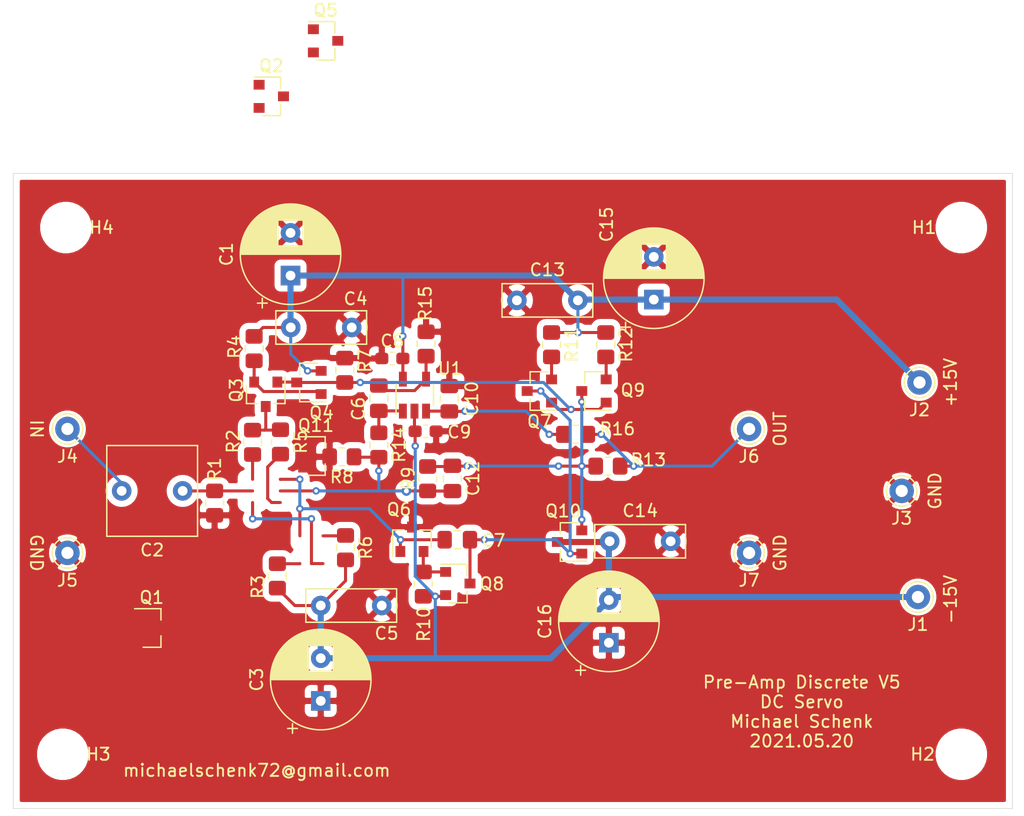
<source format=kicad_pcb>
(kicad_pcb (version 20171130) (host pcbnew "(5.1.10-0-10_14)")
  (layers (0 F.Cu signal) (31 B.Cu signal) (34 B.Paste user) (35 F.Paste user) (36 B.SilkS user) (37 F.SilkS user) (38 B.Mask user) (39 F.Mask user) (44 Edge.Cuts user))
  (net 0 "")
  (net 1 GND)
  (net 2 +15V)
  (net 3 "Net-(C2-Pad2)")
  (net 4 "Net-(C2-Pad1)")
  (net 5 -15V)
  (net 6 "Net-(C7-Pad2)")
  (net 7 "Net-(C7-Pad1)")
  (net 8 "Net-(C10-Pad2)")
  (net 9 "Net-(Q3-Pad3)")
  (net 10 "Net-(Q3-Pad2)")
  (net 11 "Net-(Q6-Pad2)")
  (net 12 "Net-(Q7-Pad2)")
  (net 13 "Net-(Q9-Pad2)")
  (net 14 "Net-(C12-Pad2)")
  (net 15 "Net-(C12-Pad1)")
  (net 16 "Net-(C6-Pad2)")
  (net 17 DCSERVO_OUT)
  (net 18 DCSERVO_IN)
  (net 19 "Net-(Q1-Pad3)")
  (net 20 "Net-(Q3-Pad1)")
  (net 21 "Net-(Q1-Pad2)")
  (net 22 "Net-(Q2-Pad2)")
  (net 23 "Net-(Q11-Pad3)")
  (net 24 "Net-(Q5-Pad2)")
  (net 25 "Net-(Q11-Pad2)")
  (module Package_TO_SOT_SMD:SOT-23 (layer F.Cu) (at 146.7325 119.06)
    (fp_text reference Q11 (at 0 -2.5) (layer F.SilkS))
    (fp_text value BC860C)
    (pad 3 smd rect (at 1 0) (size 0.9 0.8) (layers F.Cu F.Paste F.Mask) (net 23 "Net-(Q11-Pad3)"))
    (pad 2 smd rect (at -1 0.95) (size 0.9 0.8) (layers F.Cu F.Paste F.Mask) (net 25 "Net-(Q11-Pad2)"))
    (pad 1 smd rect (at -1 -0.95) (size 0.9 0.8) (layers F.Cu F.Paste F.Mask) (net 14 "Net-(C12-Pad2)"))
  )
  (module Package_TO_SOT_SMD:SOT-23 (layer F.Cu) (at 147.526001 85.023501)
    (fp_text reference Q5 (at 0 -2.5) (layer F.SilkS))
    (fp_text value BC850C)
    (pad 3 smd rect (at 1 0) (size 0.9 0.8) (layers F.Cu F.Paste F.Mask) (net 23 "Net-(Q11-Pad3)"))
    (pad 2 smd rect (at -1 0.95) (size 0.9 0.8) (layers F.Cu F.Paste F.Mask) (net 24 "Net-(Q5-Pad2)"))
    (pad 1 smd rect (at -1 -0.95) (size 0.9 0.8) (layers F.Cu F.Paste F.Mask) (net 23 "Net-(Q11-Pad3)"))
  )
  (module Package_TO_SOT_SMD:SOT-23 (layer F.Cu) (at 143.076001 89.573501)
    (fp_text reference Q2 (at 0 -2.5) (layer F.SilkS))
    (fp_text value BC850C)
    (pad 3 smd rect (at 1 0) (size 0.9 0.8) (layers F.Cu F.Paste F.Mask) (net 6 "Net-(C7-Pad2)"))
    (pad 2 smd rect (at -1 0.95) (size 0.9 0.8) (layers F.Cu F.Paste F.Mask) (net 22 "Net-(Q2-Pad2)"))
    (pad 1 smd rect (at -1 -0.95) (size 0.9 0.8) (layers F.Cu F.Paste F.Mask) (net 23 "Net-(Q11-Pad3)"))
  )
  (module Package_TO_SOT_SMD:SOT-23 (layer F.Cu) (at 133.2705 133.157)
    (fp_text reference Q1 (at 0 -2.5) (layer F.SilkS))
    (fp_text value BC860C)
    (pad 3 smd rect (at 1 0) (size 0.9 0.8) (layers F.Cu F.Paste F.Mask) (net 6 "Net-(C7-Pad2)"))
    (pad 2 smd rect (at -1 0.95) (size 0.9 0.8) (layers F.Cu F.Paste F.Mask) (net 21 "Net-(Q1-Pad2)"))
    (pad 1 smd rect (at -1 -0.95) (size 0.9 0.8) (layers F.Cu F.Paste F.Mask) (net 4 "Net-(C2-Pad1)"))
  )
  (module Capacitor_THT:CP_Radial_D8.0mm_P3.50mm (layer F.Cu) (at 170.7515 134.366 90)
    (fp_text reference C16 (at 1.75 -5.25 90) (layer F.SilkS))
    (fp_text value 220uF)
    (pad 2 thru_hole circle (at 3.5 0 90) (size 1.6 1.6) (drill 0.8) (layers *.Cu *.Mask) (net 5 -15V))
    (pad 1 thru_hole rect (at 0 0 90) (size 1.6 1.6) (drill 0.8) (layers *.Cu *.Mask) (net 1 GND))
  )
  (module Package_TO_SOT_SMD:TSOT-23-5 (layer F.Cu) (at 154.813 114.0695 90)
    (fp_text reference U1 (at 2.1825 2.921 180) (layer F.SilkS))
    (fp_text value OPA188xxDBV)
    (pad 5 smd rect (at 1.31 -0.95 90) (size 1.22 0.65) (layers F.Cu F.Paste F.Mask) (net 2 +15V))
    (pad 4 smd rect (at 1.31 0.95 90) (size 1.22 0.65) (layers F.Cu F.Paste F.Mask) (net 16 "Net-(C6-Pad2)"))
    (pad 3 smd rect (at -1.31 0.95 90) (size 1.22 0.65) (layers F.Cu F.Paste F.Mask) (net 8 "Net-(C10-Pad2)"))
    (pad 2 smd rect (at -1.31 0 90) (size 1.22 0.65) (layers F.Cu F.Paste F.Mask) (net 5 -15V))
    (pad 1 smd rect (at -1.31 -0.95 90) (size 1.22 0.65) (layers F.Cu F.Paste F.Mask) (net 17 DCSERVO_OUT))
  )
  (module Resistor_SMD:R_0805_2012Metric_Pad1.20x1.40mm_HandSolder (layer F.Cu) (at 168.021 117.2845 180)
    (fp_text reference R16 (at -3.429 0.4445) (layer F.SilkS))
    (fp_text value 100k)
    (pad 2 smd roundrect (at 1 0 180) (size 1.2 1.4) (layers F.Cu F.Paste F.Mask) (roundrect_rratio 0.208333) (net 8 "Net-(C10-Pad2)"))
    (pad 1 smd roundrect (at -1 0 180) (size 1.2 1.4) (layers F.Cu F.Paste F.Mask) (roundrect_rratio 0.208333) (net 18 DCSERVO_IN))
  )
  (module Resistor_SMD:R_0805_2012Metric_Pad1.20x1.40mm_HandSolder (layer F.Cu) (at 155.7655 109.871 90)
    (fp_text reference R15 (at 3.318 -0.0635 90) (layer F.SilkS))
    (fp_text value 100k)
    (pad 2 smd roundrect (at 1 0 90) (size 1.2 1.4) (layers F.Cu F.Paste F.Mask) (roundrect_rratio 0.208333) (net 1 GND))
    (pad 1 smd roundrect (at -1 0 90) (size 1.2 1.4) (layers F.Cu F.Paste F.Mask) (roundrect_rratio 0.208333) (net 16 "Net-(C6-Pad2)"))
  )
  (module Resistor_SMD:R_0805_2012Metric_Pad1.20x1.40mm_HandSolder (layer F.Cu) (at 151.892 118.1575 270)
    (fp_text reference R14 (at 0 -1.65 90) (layer F.SilkS))
    (fp_text value 10k)
    (pad 2 smd roundrect (at 1 0 270) (size 1.2 1.4) (layers F.Cu F.Paste F.Mask) (roundrect_rratio 0.208333) (net 14 "Net-(C12-Pad2)"))
    (pad 1 smd roundrect (at -1 0 270) (size 1.2 1.4) (layers F.Cu F.Paste F.Mask) (roundrect_rratio 0.208333) (net 17 DCSERVO_OUT))
  )
  (module Resistor_SMD:R_0805_2012Metric_Pad1.20x1.40mm_HandSolder (layer F.Cu) (at 149.098 112.03 90)
    (fp_text reference R7 (at 0.778 1.651 90) (layer F.SilkS))
    (fp_text value 10k)
    (pad 2 smd roundrect (at 1 0 90) (size 1.2 1.4) (layers F.Cu F.Paste F.Mask) (roundrect_rratio 0.208333) (net 1 GND))
    (pad 1 smd roundrect (at -1 0 90) (size 1.2 1.4) (layers F.Cu F.Paste F.Mask) (roundrect_rratio 0.208333) (net 20 "Net-(Q3-Pad1)"))
  )
  (module Resistor_SMD:R_0805_2012Metric_Pad1.20x1.40mm_HandSolder (layer F.Cu) (at 141.6685 110.252 270)
    (fp_text reference R4 (at -0.143 1.5875 90) (layer F.SilkS))
    (fp_text value 150R)
    (pad 2 smd roundrect (at 1 0 270) (size 1.2 1.4) (layers F.Cu F.Paste F.Mask) (roundrect_rratio 0.208333) (net 10 "Net-(Q3-Pad2)"))
    (pad 1 smd roundrect (at -1 0 270) (size 1.2 1.4) (layers F.Cu F.Paste F.Mask) (roundrect_rratio 0.208333) (net 2 +15V))
  )
  (module Package_TO_SOT_SMD:SOT-23 (layer F.Cu) (at 146.161 113.03 180)
    (fp_text reference Q4 (at -1.032 -2.5) (layer F.SilkS))
    (fp_text value BC860C)
    (pad 3 smd rect (at 1 0 180) (size 0.9 0.8) (layers F.Cu F.Paste F.Mask) (net 20 "Net-(Q3-Pad1)"))
    (pad 2 smd rect (at -1 0.95 180) (size 0.9 0.8) (layers F.Cu F.Paste F.Mask) (net 2 +15V))
    (pad 1 smd rect (at -1 -0.95 180) (size 0.9 0.8) (layers F.Cu F.Paste F.Mask) (net 10 "Net-(Q3-Pad2)"))
  )
  (module Package_TO_SOT_SMD:SOT-23 (layer F.Cu) (at 142.621 113.9985 270)
    (fp_text reference Q3 (at -0.3335 2.413 90) (layer F.SilkS))
    (fp_text value BC860C)
    (pad 3 smd rect (at 1 0 270) (size 0.9 0.8) (layers F.Cu F.Paste F.Mask) (net 9 "Net-(Q3-Pad3)"))
    (pad 2 smd rect (at -1 0.95 270) (size 0.9 0.8) (layers F.Cu F.Paste F.Mask) (net 10 "Net-(Q3-Pad2)"))
    (pad 1 smd rect (at -1 -0.95 270) (size 0.9 0.8) (layers F.Cu F.Paste F.Mask) (net 20 "Net-(Q3-Pad1)"))
  )
  (module Connector_Pin:Pin_D1.0mm_L10.0mm (layer F.Cu) (at 194.7545 121.92)
    (fp_text reference J3 (at 0 2.25) (layer F.SilkS))
    (fp_text value Conn_01x01)
    (pad 1 thru_hole circle (at 0 0) (size 2 2) (drill 1) (layers *.Cu *.Mask) (net 1 GND))
  )
  (module Connector_Pin:Pin_D1.0mm_L10.0mm (layer F.Cu) (at 196.215 113.03)
    (fp_text reference J2 (at 0 2.25) (layer F.SilkS))
    (fp_text value Conn_01x01)
    (pad 1 thru_hole circle (at 0 0) (size 2 2) (drill 1) (layers *.Cu *.Mask) (net 2 +15V))
  )
  (module Connector_Pin:Pin_D1.0mm_L10.0mm (layer F.Cu) (at 196.088 130.6195)
    (fp_text reference J1 (at 0 2.25) (layer F.SilkS))
    (fp_text value Conn_01x01)
    (pad 1 thru_hole circle (at 0 0) (size 2 2) (drill 1) (layers *.Cu *.Mask) (net 5 -15V))
  )
  (module Capacitor_THT:CP_Radial_D8.0mm_P3.50mm (layer F.Cu) (at 174.4345 106.2355 90)
    (fp_text reference C15 (at 6.1595 -3.8735 90) (layer F.SilkS))
    (fp_text value 220uF)
    (pad 2 thru_hole circle (at 3.5 0 90) (size 1.6 1.6) (drill 0.8) (layers *.Cu *.Mask) (net 1 GND))
    (pad 1 thru_hole rect (at 0 0 90) (size 1.6 1.6) (drill 0.8) (layers *.Cu *.Mask) (net 2 +15V))
  )
  (module Capacitor_SMD:C_0805_2012Metric_Pad1.18x1.45mm_HandSolder (layer F.Cu) (at 157.6705 114.3635 270)
    (fp_text reference C10 (at 0 -1.8415 90) (layer F.SilkS))
    (fp_text value 1uF)
    (pad 2 smd roundrect (at 1.0375 0 270) (size 1.175 1.45) (layers F.Cu F.Paste F.Mask) (roundrect_rratio 0.212766) (net 8 "Net-(C10-Pad2)"))
    (pad 1 smd roundrect (at -1.0375 0 270) (size 1.175 1.45) (layers F.Cu F.Paste F.Mask) (roundrect_rratio 0.212766) (net 1 GND))
  )
  (module Capacitor_SMD:C_0603_1608Metric_Pad1.08x0.95mm_HandSolder (layer F.Cu) (at 155.7285 117.0305 180)
    (fp_text reference C9 (at -2.7675 -0.0635) (layer F.SilkS))
    (fp_text value 100nF)
    (pad 2 smd roundrect (at 0.8625 0 180) (size 1.075 0.95) (layers F.Cu F.Paste F.Mask) (net 5 -15V))
    (pad 1 smd roundrect (at -0.8625 0 180) (size 1.075 0.95) (layers F.Cu F.Paste F.Mask) (net 1 GND))
  )
  (module Capacitor_SMD:C_0603_1608Metric_Pad1.08x0.95mm_HandSolder (layer F.Cu) (at 152.998 111.0615)
    (fp_text reference C8 (at 0 -1.43) (layer F.SilkS))
    (fp_text value 100nF)
    (pad 2 smd roundrect (at 0.8625 0) (size 1.075 0.95) (layers F.Cu F.Paste F.Mask) (net 2 +15V))
    (pad 1 smd roundrect (at -0.8625 0) (size 1.075 0.95) (layers F.Cu F.Paste F.Mask) (net 1 GND))
  )
  (module Capacitor_SMD:C_0805_2012Metric_Pad1.18x1.45mm_HandSolder (layer F.Cu) (at 151.892 114.3215 90)
    (fp_text reference C6 (at -0.8675 -1.68 90) (layer F.SilkS))
    (fp_text value 1uF)
    (pad 2 smd roundrect (at 1.0375 0 90) (size 1.175 1.45) (layers F.Cu F.Paste F.Mask) (roundrect_rratio 0.212766) (net 16 "Net-(C6-Pad2)"))
    (pad 1 smd roundrect (at -1.0375 0 90) (size 1.175 1.45) (layers F.Cu F.Paste F.Mask) (roundrect_rratio 0.212766) (net 17 DCSERVO_OUT))
  )
  (module Capacitor_THT:CP_Radial_D8.0mm_P3.50mm (layer F.Cu) (at 147.1295 139.136 90)
    (fp_text reference C3 (at 1.75 -5.25 90) (layer F.SilkS))
    (fp_text value 220uF)
    (pad 2 thru_hole circle (at 3.5 0 90) (size 1.6 1.6) (drill 0.8) (layers *.Cu *.Mask) (net 5 -15V))
    (pad 1 thru_hole rect (at 0 0 90) (size 1.6 1.6) (drill 0.8) (layers *.Cu *.Mask) (net 1 GND))
  )
  (module Capacitor_THT:CP_Radial_D8.0mm_P3.50mm (layer F.Cu) (at 144.653 104.267 90)
    (fp_text reference C1 (at 1.75 -5.25 90) (layer F.SilkS))
    (fp_text value 220uF)
    (pad 2 thru_hole circle (at 3.5 0 90) (size 1.6 1.6) (drill 0.8) (layers *.Cu *.Mask) (net 1 GND))
    (pad 1 thru_hole rect (at 0 0 90) (size 1.6 1.6) (drill 0.8) (layers *.Cu *.Mask) (net 2 +15V))
  )
  (module Capacitor_THT:C_Rect_L7.2mm_W2.5mm_P5.00mm_FKS2_FKP2_MKS2_MKP2 (layer F.Cu) (at 170.815 126.0475)
    (fp_text reference C14 (at 2.5 -2.5) (layer F.SilkS))
    (fp_text value 100nF)
    (pad 2 thru_hole circle (at 5 0) (size 1.6 1.6) (drill 0.8) (layers *.Cu *.Mask) (net 1 GND))
    (pad 1 thru_hole circle (at 0 0) (size 1.6 1.6) (drill 0.8) (layers *.Cu *.Mask) (net 5 -15V))
  )
  (module Capacitor_THT:C_Rect_L7.2mm_W2.5mm_P5.00mm_FKS2_FKP2_MKS2_MKP2 (layer F.Cu) (at 163.2115 106.299)
    (fp_text reference C13 (at 2.5 -2.5) (layer F.SilkS))
    (fp_text value 100nF)
    (pad 2 thru_hole circle (at 5 0) (size 1.6 1.6) (drill 0.8) (layers *.Cu *.Mask) (net 2 +15V))
    (pad 1 thru_hole circle (at 0 0) (size 1.6 1.6) (drill 0.8) (layers *.Cu *.Mask) (net 1 GND))
  )
  (module Capacitor_THT:C_Rect_L7.2mm_W2.5mm_P5.00mm_FKS2_FKP2_MKS2_MKP2 (layer F.Cu) (at 147.1295 131.318)
    (fp_text reference C5 (at 5.3975 2.286) (layer F.SilkS))
    (fp_text value 100nF)
    (pad 2 thru_hole circle (at 5 0) (size 1.6 1.6) (drill 0.8) (layers *.Cu *.Mask) (net 1 GND))
    (pad 1 thru_hole circle (at 0 0) (size 1.6 1.6) (drill 0.8) (layers *.Cu *.Mask) (net 5 -15V))
  )
  (module Capacitor_THT:C_Rect_L7.2mm_W2.5mm_P5.00mm_FKS2_FKP2_MKS2_MKP2 (layer F.Cu) (at 149.6695 108.5215 180)
    (fp_text reference C4 (at -0.3175 2.3495) (layer F.SilkS))
    (fp_text value 100nF)
    (pad 2 thru_hole circle (at 5 0 180) (size 1.6 1.6) (drill 0.8) (layers *.Cu *.Mask) (net 2 +15V))
    (pad 1 thru_hole circle (at 0 0 180) (size 1.6 1.6) (drill 0.8) (layers *.Cu *.Mask) (net 1 GND))
  )
  (module Connector_Pin:Pin_D1.0mm_L10.0mm (layer F.Cu) (at 182.245 127)
    (fp_text reference J7 (at 0 2.25) (layer F.SilkS))
    (fp_text value Conn_01x01)
    (pad 1 thru_hole circle (at 0 0) (size 2 2) (drill 1) (layers *.Cu *.Mask) (net 1 GND))
  )
  (module Connector_Pin:Pin_D1.0mm_L10.0mm (layer F.Cu) (at 182.245 116.84)
    (fp_text reference J6 (at 0 2.25) (layer F.SilkS))
    (fp_text value Conn_01x01)
    (pad 1 thru_hole circle (at 0 0) (size 2 2) (drill 1) (layers *.Cu *.Mask) (net 18 DCSERVO_IN))
  )
  (module Connector_Pin:Pin_D1.0mm_L10.0mm (layer F.Cu) (at 126.365 127)
    (fp_text reference J5 (at 0 2.25) (layer F.SilkS))
    (fp_text value Conn_01x01)
    (pad 1 thru_hole circle (at 0 0) (size 2 2) (drill 1) (layers *.Cu *.Mask) (net 1 GND))
  )
  (module Connector_Pin:Pin_D1.0mm_L10.0mm (layer F.Cu) (at 126.365 116.84)
    (fp_text reference J4 (at 0 2.25) (layer F.SilkS))
    (fp_text value Conn_01x01)
    (pad 1 thru_hole circle (at 0 0) (size 2 2) (drill 1) (layers *.Cu *.Mask) (net 3 "Net-(C2-Pad2)"))
  )
  (module Package_TO_SOT_SMD:SOT-23 (layer F.Cu) (at 167.529 126.1085 180)
    (fp_text reference Q10 (at 0.524 2.5375) (layer F.SilkS))
    (fp_text value BC860C)
    (pad 3 smd rect (at 1 0 180) (size 0.9 0.8) (layers F.Cu F.Paste F.Mask) (net 5 -15V))
    (pad 2 smd rect (at -1 0.95 180) (size 0.9 0.8) (layers F.Cu F.Paste F.Mask) (net 15 "Net-(C12-Pad1)"))
    (pad 1 smd rect (at -1 -0.95 180) (size 0.9 0.8) (layers F.Cu F.Paste F.Mask) (net 7 "Net-(C7-Pad1)"))
  )
  (module Capacitor_SMD:C_0805_2012Metric_Pad1.18x1.45mm_HandSolder (layer F.Cu) (at 158.327 125.9205 180)
    (fp_text reference C7 (at -2.963 -0.0635) (layer F.SilkS))
    (fp_text value 270pF)
    (pad 2 smd roundrect (at 1.0375 0 180) (size 1.175 1.45) (layers F.Cu F.Paste F.Mask) (roundrect_rratio 0.2127659574468085) (net 6 "Net-(C7-Pad2)"))
    (pad 1 smd roundrect (at -1.0375 0 180) (size 1.175 1.45) (layers F.Cu F.Paste F.Mask) (roundrect_rratio 0.2127659574468085) (net 7 "Net-(C7-Pad1)"))
  )
  (module Capacitor_SMD:C_0805_2012Metric_Pad1.18x1.45mm_HandSolder (layer F.Cu) (at 157.9245 120.8952 270)
    (fp_text reference C12 (at 0 -1.68 90) (layer F.SilkS))
    (fp_text value 4.7pF)
    (pad 2 smd roundrect (at 1.0375 0 270) (size 1.175 1.45) (layers F.Cu F.Paste F.Mask) (roundrect_rratio 0.2127659574468085) (net 14 "Net-(C12-Pad2)"))
    (pad 1 smd roundrect (at -1.0375 0 270) (size 1.175 1.45) (layers F.Cu F.Paste F.Mask) (roundrect_rratio 0.2127659574468085) (net 15 "Net-(C12-Pad1)"))
  )
  (module Package_TO_SOT_SMD:SOT-23 (layer F.Cu) (at 169.529 113.7285 180)
    (fp_text reference Q9 (at -3.191 0.0635) (layer F.SilkS))
    (fp_text value BC860C)
    (pad 1 smd rect (at -1 -0.95 180) (size 0.9 0.8) (layers F.Cu F.Paste F.Mask) (net 20 "Net-(Q3-Pad1)"))
    (pad 2 smd rect (at -1 0.95 180) (size 0.9 0.8) (layers F.Cu F.Paste F.Mask) (net 13 "Net-(Q9-Pad2)"))
    (pad 3 smd rect (at 1 0 180) (size 0.9 0.8) (layers F.Cu F.Paste F.Mask) (net 15 "Net-(C12-Pad1)"))
  )
  (module Resistor_SMD:R_0805_2012Metric_Pad1.20x1.40mm_HandSolder (layer F.Cu) (at 138.43 122.92 270)
    (fp_text reference R1 (at -2.778 0 90) (layer F.SilkS))
    (fp_text value 10k)
    (pad 2 smd roundrect (at 1 0 270) (size 1.2 1.4) (layers F.Cu F.Paste F.Mask) (roundrect_rratio 0.2083325) (net 1 GND))
    (pad 1 smd roundrect (at -1 0 270) (size 1.2 1.4) (layers F.Cu F.Paste F.Mask) (roundrect_rratio 0.2083325) (net 4 "Net-(C2-Pad1)"))
  )
  (module Resistor_SMD:R_0805_2012Metric_Pad1.20x1.40mm_HandSolder (layer F.Cu) (at 170.672 119.888 180)
    (fp_text reference R13 (at -3.318 0.508) (layer F.SilkS))
    (fp_text value 47R)
    (pad 2 smd roundrect (at 1 0 180) (size 1.2 1.4) (layers F.Cu F.Paste F.Mask) (roundrect_rratio 0.2083325) (net 15 "Net-(C12-Pad1)"))
    (pad 1 smd roundrect (at -1 0 180) (size 1.2 1.4) (layers F.Cu F.Paste F.Mask) (roundrect_rratio 0.2083325) (net 18 DCSERVO_IN))
  )
  (module Resistor_SMD:R_0805_2012Metric_Pad1.20x1.40mm_HandSolder (layer F.Cu) (at 170.4975 109.9345 270)
    (fp_text reference R12 (at 0 -1.65 90) (layer F.SilkS))
    (fp_text value 100R)
    (pad 2 smd roundrect (at 1 0 270) (size 1.2 1.4) (layers F.Cu F.Paste F.Mask) (roundrect_rratio 0.2083325) (net 13 "Net-(Q9-Pad2)"))
    (pad 1 smd roundrect (at -1 0 270) (size 1.2 1.4) (layers F.Cu F.Paste F.Mask) (roundrect_rratio 0.2083325) (net 2 +15V))
  )
  (module Resistor_SMD:R_0805_2012Metric_Pad1.20x1.40mm_HandSolder (layer F.Cu) (at 166.0525 109.9345 270)
    (fp_text reference R11 (at 0 -1.65 90) (layer F.SilkS))
    (fp_text value 100R)
    (pad 2 smd roundrect (at 1 0 270) (size 1.2 1.4) (layers F.Cu F.Paste F.Mask) (roundrect_rratio 0.2083325) (net 12 "Net-(Q7-Pad2)"))
    (pad 1 smd roundrect (at -1 0 270) (size 1.2 1.4) (layers F.Cu F.Paste F.Mask) (roundrect_rratio 0.2083325) (net 2 +15V))
  )
  (module Resistor_SMD:R_0805_2012Metric_Pad1.20x1.40mm_HandSolder (layer F.Cu) (at 155.5369 129.5621 270)
    (fp_text reference R10 (at 3.2799 -0.0381 90) (layer F.SilkS))
    (fp_text value 2k2)
    (pad 2 smd roundrect (at 1 0 270) (size 1.2 1.4) (layers F.Cu F.Paste F.Mask) (roundrect_rratio 0.2083325) (net 5 -15V))
    (pad 1 smd roundrect (at -1 0 270) (size 1.2 1.4) (layers F.Cu F.Paste F.Mask) (roundrect_rratio 0.2083325) (net 11 "Net-(Q6-Pad2)"))
  )
  (module Resistor_SMD:R_0805_2012Metric_Pad1.20x1.40mm_HandSolder (layer F.Cu) (at 155.8925 120.92 270)
    (fp_text reference R9 (at -0.016 1.5875 90) (layer F.SilkS))
    (fp_text value 10k)
    (pad 2 smd roundrect (at 1 0 270) (size 1.2 1.4) (layers F.Cu F.Paste F.Mask) (roundrect_rratio 0.2083325) (net 14 "Net-(C12-Pad2)"))
    (pad 1 smd roundrect (at -1 0 270) (size 1.2 1.4) (layers F.Cu F.Paste F.Mask) (roundrect_rratio 0.2083325) (net 15 "Net-(C12-Pad1)"))
  )
  (module Resistor_SMD:R_0805_2012Metric_Pad1.20x1.40mm_HandSolder (layer F.Cu) (at 148.86 119.126 180)
    (fp_text reference R8 (at 0 -1.65) (layer F.SilkS))
    (fp_text value 10k)
    (pad 2 smd roundrect (at 1 0 180) (size 1.2 1.4) (layers F.Cu F.Paste F.Mask) (roundrect_rratio 0.2083325) (net 1 GND))
    (pad 1 smd roundrect (at -1 0 180) (size 1.2 1.4) (layers F.Cu F.Paste F.Mask) (roundrect_rratio 0.2083325) (net 14 "Net-(C12-Pad2)"))
  )
  (module Resistor_SMD:R_0805_2012Metric_Pad1.20x1.40mm_HandSolder (layer F.Cu) (at 149.1615 126.5715 270)
    (fp_text reference R6 (at 0 -1.65 90) (layer F.SilkS))
    (fp_text value 68)
    (pad 2 smd roundrect (at 1 0 270) (size 1.2 1.4) (layers F.Cu F.Paste F.Mask) (roundrect_rratio 0.2083325) (net 5 -15V))
    (pad 1 smd roundrect (at -1 0 270) (size 1.2 1.4) (layers F.Cu F.Paste F.Mask) (roundrect_rratio 0.2083325) (net 24 "Net-(Q5-Pad2)"))
  )
  (module Resistor_SMD:R_0805_2012Metric_Pad1.20x1.40mm_HandSolder (layer F.Cu) (at 143.8275 117.9035 270)
    (fp_text reference R5 (at 0 -1.65 90) (layer F.SilkS))
    (fp_text value 100R)
    (pad 2 smd roundrect (at 1 0 270) (size 1.2 1.4) (layers F.Cu F.Paste F.Mask) (roundrect_rratio 0.2083325) (net 25 "Net-(Q11-Pad2)"))
    (pad 1 smd roundrect (at -1 0 270) (size 1.2 1.4) (layers F.Cu F.Paste F.Mask) (roundrect_rratio 0.2083325) (net 9 "Net-(Q3-Pad3)"))
  )
  (module Resistor_SMD:R_0805_2012Metric_Pad1.20x1.40mm_HandSolder (layer F.Cu) (at 143.5735 128.889 270)
    (fp_text reference R3 (at 0.905 1.5875 90) (layer F.SilkS))
    (fp_text value 68)
    (pad 2 smd roundrect (at 1 0 270) (size 1.2 1.4) (layers F.Cu F.Paste F.Mask) (roundrect_rratio 0.2083325) (net 5 -15V))
    (pad 1 smd roundrect (at -1 0 270) (size 1.2 1.4) (layers F.Cu F.Paste F.Mask) (roundrect_rratio 0.2083325) (net 22 "Net-(Q2-Pad2)"))
  )
  (module Resistor_SMD:R_0805_2012Metric_Pad1.20x1.40mm_HandSolder (layer F.Cu) (at 141.5415 117.9355 270)
    (fp_text reference R2 (at -0.0795 1.5875 90) (layer F.SilkS))
    (fp_text value 100R)
    (pad 2 smd roundrect (at 1 0 270) (size 1.2 1.4) (layers F.Cu F.Paste F.Mask) (roundrect_rratio 0.2083325) (net 21 "Net-(Q1-Pad2)"))
    (pad 1 smd roundrect (at -1 0 270) (size 1.2 1.4) (layers F.Cu F.Paste F.Mask) (roundrect_rratio 0.2083325) (net 9 "Net-(Q3-Pad3)"))
  )
  (module Package_TO_SOT_SMD:SOT-23 (layer F.Cu) (at 158.3657 129.5121)
    (fp_text reference Q8 (at 2.7973 0.0279) (layer F.SilkS))
    (fp_text value BC850C)
    (pad 3 smd rect (at 1 0) (size 0.9 0.8) (layers F.Cu F.Paste F.Mask) (net 7 "Net-(C7-Pad1)"))
    (pad 2 smd rect (at -1 0.95) (size 0.9 0.8) (layers F.Cu F.Paste F.Mask) (net 5 -15V))
    (pad 1 smd rect (at -1 -0.95) (size 0.9 0.8) (layers F.Cu F.Paste F.Mask) (net 11 "Net-(Q6-Pad2)"))
  )
  (module Package_TO_SOT_SMD:SOT-23 (layer F.Cu) (at 165.0525 113.731 180)
    (fp_text reference Q7 (at 0 -2.5) (layer F.SilkS))
    (fp_text value BC860C)
    (pad 3 smd rect (at 1 0 180) (size 0.9 0.8) (layers F.Cu F.Paste F.Mask) (net 7 "Net-(C7-Pad1)"))
    (pad 2 smd rect (at -1 0.95 180) (size 0.9 0.8) (layers F.Cu F.Paste F.Mask) (net 12 "Net-(Q7-Pad2)"))
    (pad 1 smd rect (at -1 -0.95 180) (size 0.9 0.8) (layers F.Cu F.Paste F.Mask) (net 20 "Net-(Q3-Pad1)"))
  )
  (module Package_TO_SOT_SMD:SOT-23 (layer F.Cu) (at 154.6073 125.8857 90)
    (fp_text reference Q6 (at 2.4417 -1.0643 180) (layer F.SilkS))
    (fp_text value BC850C)
    (pad 3 smd rect (at 1 0 90) (size 0.9 0.8) (layers F.Cu F.Paste F.Mask) (net 1 GND))
    (pad 2 smd rect (at -1 0.95 90) (size 0.9 0.8) (layers F.Cu F.Paste F.Mask) (net 11 "Net-(Q6-Pad2)"))
    (pad 1 smd rect (at -1 -0.95 90) (size 0.9 0.8) (layers F.Cu F.Paste F.Mask) (net 6 "Net-(C7-Pad2)"))
  )
  (module MountingHole:MountingHole_3.2mm_M3 (layer F.Cu) (at 126.238 100.33)
    (fp_text reference H4 (at 2.921 0) (layer F.SilkS))
    (fp_text value MountingHole)
    (pad 1 np_thru_hole circle (at 0 0) (size 3.2 3.2) (drill 3.2) (layers *.Cu *.Mask))
  )
  (module MountingHole:MountingHole_3.2mm_M3 (layer F.Cu) (at 125.984 143.51)
    (fp_text reference H3 (at 2.921 0) (layer F.SilkS))
    (fp_text value MountingHole)
    (pad 1 np_thru_hole circle (at 0 0) (size 3.2 3.2) (drill 3.2) (layers *.Cu *.Mask))
  )
  (module MountingHole:MountingHole_3.2mm_M3 (layer F.Cu) (at 199.644 143.51)
    (fp_text reference H2 (at -3.175 0) (layer F.SilkS))
    (fp_text value MountingHole)
    (pad 1 np_thru_hole circle (at 0 0) (size 3.2 3.2) (drill 3.2) (layers *.Cu *.Mask))
  )
  (module MountingHole:MountingHole_3.2mm_M3 (layer F.Cu) (at 199.644 100.33)
    (fp_text reference H1 (at -3.048 0) (layer F.SilkS))
    (fp_text value MountingHole)
    (pad 1 np_thru_hole circle (at 0 0) (size 3.2 3.2) (drill 3.2) (layers *.Cu *.Mask))
  )
  (module Capacitor_THT:C_Rect_L7.2mm_W7.2mm_P5.00mm_FKS2_FKP2_MKS2_MKP2 (layer F.Cu) (at 135.81 121.92 180)
    (fp_text reference C2 (at 2.5 -4.85) (layer F.SilkS))
    (fp_text value 2.2uF)
    (pad 2 thru_hole circle (at 5 0 180) (size 1.6 1.6) (drill 0.8) (layers *.Cu *.Mask) (net 3 "Net-(C2-Pad2)"))
    (pad 1 thru_hole circle (at 0 0 180) (size 1.6 1.6) (drill 0.8) (layers *.Cu *.Mask) (net 4 "Net-(C2-Pad1)"))
  )
  (gr_text GND (at 197.485 121.92 90) (layer F.SilkS) (effects (font (size 1 1))))
  (gr_text michaelschenk72@gmail.com (at 141.8844 144.8308) (layer F.SilkS) (effects (font (size 1 1))))
  (gr_text "Pre-Amp Discrete V5\nDC Servo\nMichael Schenk\n2021.05.20" (at 186.563 140.0175) (layer F.SilkS) (effects (font (size 1 1))))
  (gr_line (start 203.835 95.885) (end 121.92 95.885) (layer Edge.Cuts) (width 0.05))
  (gr_line (start 203.835 147.955) (end 203.835 95.885) (layer Edge.Cuts) (width 0.05))
  (gr_line (start 121.92 147.955) (end 203.835 147.955) (layer Edge.Cuts) (width 0.05))
  (gr_line (start 121.92 96.52) (end 121.92 147.955) (layer Edge.Cuts) (width 0.05))
  (gr_line (start 121.92 95.885) (end 121.92 96.52) (layer Edge.Cuts) (width 0.05))
  (gr_text GND (at 184.785 127 90) (layer F.SilkS) (effects (font (size 1 1))))
  (gr_text OUT (at 184.785 116.84 90) (layer F.SilkS) (effects (font (size 1 1))))
  (gr_text GND (at 123.825 127 270) (layer F.SilkS) (effects (font (size 1 1))))
  (gr_text IN (at 123.825 116.84 270) (layer F.SilkS) (effects (font (size 1 1))))
  (gr_text -15V (at 198.755 130.81 90) (layer F.SilkS) (effects (font (size 1 1))))
  (gr_text +15V (at 198.755 113.03 90) (layer F.SilkS) (effects (font (size 1 1))))
  (via (at 146.05 112.0775) (size 0.6) (drill 0.3) (layers F.Cu B.Cu) (net 2))
  (segment (start 146.0525 112.08) (end 146.05 112.0775) (width 0.25) (layer F.Cu) (net 2))
  (segment (start 147.161 112.08) (end 146.0525 112.08) (width 0.25) (layer F.Cu) (net 2))
  (segment (start 153.863 111.064) (end 153.8605 111.0615) (width 0.25) (layer F.Cu) (net 2))
  (segment (start 153.863 112.7595) (end 153.863 111.064) (width 0.25) (layer F.Cu) (net 2))
  (via (at 153.8605 109.22) (size 0.6) (drill 0.3) (layers F.Cu B.Cu) (net 2))
  (segment (start 153.8605 111.0615) (end 153.8605 109.22) (width 0.25) (layer F.Cu) (net 2))
  (via (at 168.2435 108.9345) (size 0.6) (drill 0.3) (layers F.Cu B.Cu) (net 2))
  (segment (start 166.0525 108.9345) (end 168.2435 108.9345) (width 0.25) (layer F.Cu) (net 2))
  (segment (start 168.2435 108.9345) (end 170.4975 108.9345) (width 0.25) (layer F.Cu) (net 2))
  (segment (start 168.2115 106.299) (end 168.2115 108.9025) (width 0.25) (layer B.Cu) (net 2))
  (segment (start 168.2115 108.9025) (end 168.2435 108.9345) (width 0.25) (layer B.Cu) (net 2))
  (segment (start 142.399 108.5215) (end 141.6685 109.252) (width 0.25) (layer F.Cu) (net 2))
  (segment (start 144.6695 108.5215) (end 142.399 108.5215) (width 0.25) (layer F.Cu) (net 2))
  (segment (start 144.6695 110.697) (end 146.05 112.0775) (width 0.25) (layer B.Cu) (net 2))
  (segment (start 144.6695 108.5215) (end 144.6695 110.697) (width 0.25) (layer B.Cu) (net 2))
  (segment (start 144.653 108.505) (end 144.6695 108.5215) (width 0.5) (layer B.Cu) (net 2))
  (segment (start 144.653 104.267) (end 144.653 108.505) (width 0.5) (layer B.Cu) (net 2))
  (segment (start 168.275 106.2355) (end 168.2115 106.299) (width 0.5) (layer B.Cu) (net 2))
  (segment (start 174.4345 106.2355) (end 168.275 106.2355) (width 0.5) (layer B.Cu) (net 2))
  (segment (start 168.2115 106.299) (end 166.1795 104.267) (width 0.5) (layer B.Cu) (net 2))
  (segment (start 153.8605 104.3305) (end 153.797 104.267) (width 0.25) (layer B.Cu) (net 2))
  (segment (start 153.797 104.267) (end 144.653 104.267) (width 0.5) (layer B.Cu) (net 2))
  (segment (start 153.8605 109.22) (end 153.8605 104.3305) (width 0.25) (layer B.Cu) (net 2))
  (segment (start 166.1795 104.267) (end 153.797 104.267) (width 0.5) (layer B.Cu) (net 2))
  (segment (start 189.4205 106.2355) (end 196.215 113.03) (width 0.5) (layer B.Cu) (net 2))
  (segment (start 174.4345 106.2355) (end 189.4205 106.2355) (width 0.5) (layer B.Cu) (net 2))
  (segment (start 130.81 121.285) (end 130.81 121.92) (width 0.25) (layer B.Cu) (net 3))
  (segment (start 126.365 116.84) (end 130.81 121.285) (width 0.25) (layer B.Cu) (net 3))
  (segment (start 135.81 121.92) (end 138.43 121.92) (width 0.25) (layer F.Cu) (net 4))
  (segment (start 138.43 121.92) (end 141.5415 121.92) (width 0.25) (layer F.Cu) (net 4))
  (segment (start 157.2657 130.5621) (end 157.3657 130.4621) (width 0.25) (layer F.Cu) (net 5))
  (segment (start 155.5369 130.5621) (end 156.5214 130.5621) (width 0.25) (layer F.Cu) (net 5))
  (segment (start 156.5214 130.5621) (end 157.2657 130.5621) (width 0.25) (layer F.Cu) (net 5))
  (via (at 156.5214 130.5621) (size 0.6) (drill 0.3) (layers F.Cu B.Cu) (net 5))
  (segment (start 170.754 126.1085) (end 170.815 126.0475) (width 0.5) (layer F.Cu) (net 5))
  (segment (start 166.529 126.1085) (end 170.754 126.1085) (width 0.5) (layer F.Cu) (net 5))
  (segment (start 154.813 116.9775) (end 154.866 117.0305) (width 0.25) (layer F.Cu) (net 5))
  (segment (start 154.813 115.3795) (end 154.813 116.9775) (width 0.25) (layer F.Cu) (net 5))
  (via (at 154.8765 118.237) (size 0.6) (drill 0.3) (layers F.Cu B.Cu) (net 5))
  (segment (start 154.866 118.2265) (end 154.8765 118.237) (width 0.25) (layer F.Cu) (net 5))
  (segment (start 154.866 117.0305) (end 154.866 118.2265) (width 0.25) (layer F.Cu) (net 5))
  (segment (start 154.8765 128.9172) (end 156.5214 130.5621) (width 0.25) (layer B.Cu) (net 5))
  (segment (start 154.8765 118.237) (end 154.8765 128.9172) (width 0.25) (layer B.Cu) (net 5))
  (segment (start 170.7515 130.866) (end 165.9815 135.636) (width 0.5) (layer B.Cu) (net 5))
  (segment (start 147.1295 135.636) (end 147.1295 131.318) (width 0.5) (layer B.Cu) (net 5))
  (segment (start 156.5214 135.5029) (end 156.6545 135.636) (width 0.25) (layer B.Cu) (net 5))
  (segment (start 156.5214 130.5621) (end 156.5214 135.5029) (width 0.25) (layer B.Cu) (net 5))
  (segment (start 156.6545 135.636) (end 147.1295 135.636) (width 0.5) (layer B.Cu) (net 5))
  (segment (start 165.9815 135.636) (end 156.6545 135.636) (width 0.5) (layer B.Cu) (net 5))
  (segment (start 149.1615 129.286) (end 147.1295 131.318) (width 0.25) (layer F.Cu) (net 5))
  (segment (start 149.1615 127.5715) (end 149.1615 129.286) (width 0.25) (layer F.Cu) (net 5))
  (segment (start 145.0025 131.318) (end 143.5735 129.889) (width 0.25) (layer F.Cu) (net 5))
  (segment (start 147.1295 131.318) (end 145.0025 131.318) (width 0.25) (layer F.Cu) (net 5))
  (segment (start 170.7515 126.111) (end 170.815 126.0475) (width 0.5) (layer B.Cu) (net 5))
  (segment (start 170.7515 130.866) (end 170.7515 126.111) (width 0.5) (layer B.Cu) (net 5))
  (segment (start 170.998 130.6195) (end 170.7515 130.866) (width 0.5) (layer B.Cu) (net 5))
  (segment (start 196.088 130.6195) (end 170.998 130.6195) (width 0.5) (layer B.Cu) (net 5))
  (via (at 145.415 123.3805) (size 0.6) (drill 0.3) (layers F.Cu B.Cu) (net 6))
  (segment (start 145.4175 123.383) (end 145.415 123.3805) (width 0.25) (layer F.Cu) (net 6))
  (segment (start 145.4175 125.603) (end 145.4175 123.383) (width 0.25) (layer F.Cu) (net 6))
  (via (at 145.415 120.9675) (size 0.6) (drill 0.3) (layers F.Cu B.Cu) (net 6))
  (segment (start 145.415 123.3805) (end 145.415 120.9675) (width 0.25) (layer B.Cu) (net 6))
  (segment (start 143.819 120.9675) (end 143.8165 120.97) (width 0.25) (layer F.Cu) (net 6))
  (segment (start 145.415 120.9675) (end 143.819 120.9675) (width 0.25) (layer F.Cu) (net 6))
  (via (at 153.67 125.9205) (size 0.6) (drill 0.3) (layers F.Cu B.Cu) (net 6))
  (segment (start 153.6573 125.9332) (end 153.67 125.9205) (width 0.25) (layer F.Cu) (net 6))
  (segment (start 153.6573 126.8857) (end 153.6573 125.9332) (width 0.25) (layer F.Cu) (net 6))
  (segment (start 151.13 123.3805) (end 153.67 125.9205) (width 0.25) (layer B.Cu) (net 6))
  (segment (start 145.415 123.3805) (end 151.13 123.3805) (width 0.25) (layer B.Cu) (net 6))
  (segment (start 153.67 125.9205) (end 157.2895 125.9205) (width 0.25) (layer F.Cu) (net 6))
  (segment (start 159.3657 125.9217) (end 159.3645 125.9205) (width 0.25) (layer F.Cu) (net 7))
  (segment (start 159.3657 129.5121) (end 159.3657 125.9217) (width 0.25) (layer F.Cu) (net 7))
  (via (at 167.5765 127.0635) (size 0.6) (drill 0.3) (layers F.Cu B.Cu) (net 7))
  (segment (start 167.5815 127.0585) (end 167.5765 127.0635) (width 0.25) (layer F.Cu) (net 7))
  (segment (start 168.529 127.0585) (end 167.5815 127.0585) (width 0.25) (layer F.Cu) (net 7))
  (via (at 160.528 125.9205) (size 0.6) (drill 0.3) (layers F.Cu B.Cu) (net 7))
  (segment (start 166.4335 125.9205) (end 160.528 125.9205) (width 0.25) (layer B.Cu) (net 7))
  (segment (start 167.5765 127.0635) (end 166.4335 125.9205) (width 0.25) (layer B.Cu) (net 7))
  (segment (start 160.528 125.9205) (end 159.3645 125.9205) (width 0.25) (layer F.Cu) (net 7))
  (via (at 165.1635 113.7285) (size 0.6) (drill 0.3) (layers F.Cu B.Cu) (net 7))
  (segment (start 167.5765 116.1415) (end 165.1635 113.7285) (width 0.25) (layer B.Cu) (net 7))
  (segment (start 167.5765 127.0635) (end 167.5765 116.1415) (width 0.25) (layer B.Cu) (net 7))
  (segment (start 164.055 113.7285) (end 164.0525 113.731) (width 0.25) (layer F.Cu) (net 7))
  (segment (start 165.1635 113.7285) (end 164.055 113.7285) (width 0.25) (layer F.Cu) (net 7))
  (segment (start 157.649 115.3795) (end 157.6705 115.401) (width 0.25) (layer F.Cu) (net 8))
  (segment (start 155.763 115.3795) (end 157.649 115.3795) (width 0.25) (layer F.Cu) (net 8))
  (via (at 158.9405 115.3795) (size 0.6) (drill 0.3) (layers F.Cu B.Cu) (net 8))
  (segment (start 158.919 115.401) (end 158.9405 115.3795) (width 0.25) (layer F.Cu) (net 8))
  (segment (start 157.6705 115.401) (end 158.919 115.401) (width 0.25) (layer F.Cu) (net 8))
  (via (at 165.862 117.2845) (size 0.6) (drill 0.3) (layers F.Cu B.Cu) (net 8))
  (segment (start 167.021 117.2845) (end 165.862 117.2845) (width 0.25) (layer F.Cu) (net 8))
  (segment (start 165.862 117.2845) (end 163.957 115.3795) (width 0.25) (layer B.Cu) (net 8))
  (segment (start 163.957 115.3795) (end 158.9405 115.3795) (width 0.25) (layer B.Cu) (net 8))
  (segment (start 145.4065 127.889) (end 145.4175 127.878) (width 0.25) (layer F.Cu) (net 22))
  (segment (start 143.5735 127.889) (end 145.4065 127.889) (width 0.25) (layer F.Cu) (net 22))
  (segment (start 143.7955 116.9355) (end 143.8275 116.9035) (width 0.25) (layer F.Cu) (net 9))
  (segment (start 142.621 114.9985) (end 142.621 116.84) (width 0.25) (layer F.Cu) (net 9))
  (segment (start 142.621 116.84) (end 142.5255 116.9355) (width 0.25) (layer F.Cu) (net 9))
  (segment (start 142.5255 116.9355) (end 143.7955 116.9355) (width 0.25) (layer F.Cu) (net 9))
  (segment (start 141.5415 116.9355) (end 142.5255 116.9355) (width 0.25) (layer F.Cu) (net 9))
  (segment (start 146.954501 113.773501) (end 147.161 113.98) (width 0.25) (layer F.Cu) (net 10))
  (segment (start 142.446001 113.773501) (end 146.954501 113.773501) (width 0.25) (layer F.Cu) (net 10))
  (segment (start 141.671 112.9985) (end 142.446001 113.773501) (width 0.25) (layer F.Cu) (net 10))
  (segment (start 141.671 111.2545) (end 141.6685 111.252) (width 0.25) (layer F.Cu) (net 10))
  (segment (start 141.671 112.9985) (end 141.671 111.2545) (width 0.25) (layer F.Cu) (net 10))
  (segment (start 155.5369 126.9061) (end 155.5573 126.8857) (width 0.25) (layer F.Cu) (net 11))
  (segment (start 155.5369 128.5621) (end 155.5369 126.9061) (width 0.25) (layer F.Cu) (net 11))
  (segment (start 155.5369 128.5621) (end 157.3657 128.5621) (width 0.25) (layer F.Cu) (net 11))
  (segment (start 166.0525 112.781) (end 166.0525 110.9345) (width 0.25) (layer F.Cu) (net 12))
  (segment (start 170.529 110.966) (end 170.4975 110.9345) (width 0.25) (layer F.Cu) (net 13))
  (segment (start 170.529 112.7785) (end 170.529 110.966) (width 0.25) (layer F.Cu) (net 13))
  (segment (start 158.308 121.981) (end 158.3563 121.9327) (width 0.25) (layer F.Cu) (net 14))
  (via (at 146.7485 121.92) (size 0.6) (drill 0.3) (layers F.Cu B.Cu) (net 14))
  (segment (start 143.8165 121.92) (end 146.7485 121.92) (width 0.25) (layer F.Cu) (net 14))
  (segment (start 155.9052 121.9327) (end 155.8925 121.92) (width 0.25) (layer F.Cu) (net 14))
  (segment (start 157.9245 121.9327) (end 155.9052 121.9327) (width 0.25) (layer F.Cu) (net 14))
  (via (at 151.892 120.269) (size 0.6) (drill 0.3) (layers F.Cu B.Cu) (net 14))
  (segment (start 151.892 119.1575) (end 151.892 120.269) (width 0.25) (layer F.Cu) (net 14))
  (segment (start 151.892 120.269) (end 151.892 121.92) (width 0.25) (layer B.Cu) (net 14))
  (segment (start 151.892 121.92) (end 152.654 121.92) (width 0.25) (layer B.Cu) (net 14))
  (segment (start 146.7485 121.92) (end 151.892 121.92) (width 0.25) (layer B.Cu) (net 14))
  (via (at 154.1515 121.92) (size 0.8) (drill 0.4) (layers F.Cu B.Cu) (net 14))
  (segment (start 155.8925 121.92) (end 154.1515 121.92) (width 0.25) (layer F.Cu) (net 14))
  (segment (start 154.1515 121.92) (end 152.654 121.92) (width 0.25) (layer B.Cu) (net 14))
  (segment (start 149.8915 119.1575) (end 149.86 119.126) (width 0.25) (layer F.Cu) (net 14))
  (segment (start 151.892 119.1575) (end 149.8915 119.1575) (width 0.25) (layer F.Cu) (net 14))
  (via (at 168.529 114.6175) (size 0.6) (drill 0.3) (layers F.Cu B.Cu) (net 15))
  (segment (start 168.529 113.7285) (end 168.529 114.6175) (width 0.25) (layer F.Cu) (net 15))
  (via (at 168.529 124.2695) (size 0.6) (drill 0.3) (layers F.Cu B.Cu) (net 15))
  (segment (start 168.529 124.2695) (end 168.529 125.1585) (width 0.25) (layer F.Cu) (net 15))
  (via (at 168.529 119.888) (size 0.6) (drill 0.3) (layers F.Cu B.Cu) (net 15))
  (segment (start 169.672 119.888) (end 168.529 119.888) (width 0.25) (layer F.Cu) (net 15))
  (segment (start 168.529 119.888) (end 168.529 124.2695) (width 0.25) (layer B.Cu) (net 15))
  (segment (start 168.529 114.6175) (end 168.529 119.888) (width 0.25) (layer B.Cu) (net 15))
  (segment (start 157.8622 119.92) (end 157.9245 119.8577) (width 0.25) (layer F.Cu) (net 15))
  (segment (start 155.8925 119.92) (end 157.8622 119.92) (width 0.25) (layer F.Cu) (net 15))
  (via (at 166.624 119.888) (size 0.6) (drill 0.3) (layers F.Cu B.Cu) (net 15))
  (segment (start 168.529 119.888) (end 166.624 119.888) (width 0.25) (layer F.Cu) (net 15))
  (via (at 159.131 119.888) (size 0.6) (drill 0.3) (layers F.Cu B.Cu) (net 15))
  (segment (start 166.624 119.888) (end 159.131 119.888) (width 0.25) (layer B.Cu) (net 15))
  (segment (start 157.9548 119.888) (end 157.9245 119.8577) (width 0.25) (layer F.Cu) (net 15))
  (segment (start 159.131 119.888) (end 157.9548 119.888) (width 0.25) (layer F.Cu) (net 15))
  (segment (start 154.827999 113.694501) (end 155.763 112.7595) (width 0.25) (layer F.Cu) (net 16))
  (segment (start 152.302501 113.694501) (end 154.827999 113.694501) (width 0.25) (layer F.Cu) (net 16))
  (segment (start 151.892 113.284) (end 152.302501 113.694501) (width 0.25) (layer F.Cu) (net 16))
  (segment (start 155.763 110.8735) (end 155.7655 110.871) (width 0.25) (layer F.Cu) (net 16))
  (segment (start 155.763 112.7595) (end 155.763 110.8735) (width 0.25) (layer F.Cu) (net 16))
  (segment (start 153.8425 115.359) (end 153.863 115.3795) (width 0.25) (layer F.Cu) (net 17))
  (segment (start 151.892 115.359) (end 153.8425 115.359) (width 0.25) (layer F.Cu) (net 17))
  (segment (start 151.892 117.1575) (end 151.892 115.359) (width 0.25) (layer F.Cu) (net 17))
  (via (at 172.7835 119.888) (size 0.6) (drill 0.3) (layers F.Cu B.Cu) (net 18))
  (segment (start 171.672 119.888) (end 172.7835 119.888) (width 0.25) (layer F.Cu) (net 18))
  (segment (start 179.197 119.888) (end 182.245 116.84) (width 0.25) (layer B.Cu) (net 18))
  (segment (start 172.7835 119.888) (end 179.197 119.888) (width 0.25) (layer B.Cu) (net 18))
  (via (at 170.1165 117.2845) (size 0.6) (drill 0.3) (layers F.Cu B.Cu) (net 18))
  (segment (start 170.18 117.2845) (end 170.1165 117.2845) (width 0.25) (layer B.Cu) (net 18))
  (segment (start 172.7835 119.888) (end 170.18 117.2845) (width 0.25) (layer B.Cu) (net 18))
  (segment (start 170.1165 117.2845) (end 169.021 117.2845) (width 0.25) (layer F.Cu) (net 18))
  (segment (start 143.859 118.872) (end 143.8275 118.9035) (width 0.25) (layer F.Cu) (net 25))
  (segment (start 142.77899 119.95201) (end 143.8275 118.9035) (width 0.25) (layer F.Cu) (net 25))
  (segment (start 142.77899 122.54499) (end 142.77899 119.95201) (width 0.25) (layer F.Cu) (net 25))
  (segment (start 143.104 122.87) (end 142.77899 122.54499) (width 0.25) (layer F.Cu) (net 25))
  (segment (start 143.8165 122.87) (end 143.104 122.87) (width 0.25) (layer F.Cu) (net 25))
  (segment (start 146.3675 125.603) (end 146.3675 127.878) (width 0.25) (layer F.Cu) (net 19))
  (segment (start 146.3675 127.878) (end 147.3175 127.878) (width 0.25) (layer F.Cu) (net 19))
  (via (at 146.3675 124.206) (size 0.6) (drill 0.3) (layers F.Cu B.Cu) (net 19))
  (segment (start 146.3675 125.603) (end 146.3675 124.206) (width 0.25) (layer F.Cu) (net 19))
  (segment (start 146.3675 124.206) (end 141.5415 124.206) (width 0.25) (layer B.Cu) (net 19))
  (via (at 141.5415 124.206) (size 0.6) (drill 0.3) (layers F.Cu B.Cu) (net 19))
  (segment (start 141.5415 124.206) (end 141.5415 122.87) (width 0.25) (layer F.Cu) (net 19))
  (segment (start 141.5415 120.97) (end 141.5415 118.9355) (width 0.25) (layer F.Cu) (net 21))
  (segment (start 149.13 125.603) (end 149.1615 125.5715) (width 0.25) (layer F.Cu) (net 24))
  (segment (start 147.3175 125.603) (end 149.13 125.603) (width 0.25) (layer F.Cu) (net 24))
  (segment (start 145.1295 112.9985) (end 145.161 113.03) (width 0.25) (layer F.Cu) (net 20))
  (segment (start 143.571 112.9985) (end 145.1295 112.9985) (width 0.25) (layer F.Cu) (net 20))
  (segment (start 145.161 113.03) (end 149.098 113.03) (width 0.25) (layer F.Cu) (net 20))
  (segment (start 166.614001 115.242501) (end 167.649999 115.242501) (width 0.25) (layer F.Cu) (net 20))
  (segment (start 169.964999 115.242501) (end 170.529 114.6785) (width 0.25) (layer F.Cu) (net 20))
  (segment (start 166.0525 114.681) (end 166.614001 115.242501) (width 0.25) (layer F.Cu) (net 20))
  (segment (start 167.649999 115.242501) (end 169.964999 115.242501) (width 0.25) (layer F.Cu) (net 20))
  (via (at 167.649999 115.242501) (size 0.6) (drill 0.3) (layers F.Cu B.Cu) (net 20))
  (via (at 150.368 113.03) (size 0.6) (drill 0.3) (layers F.Cu B.Cu) (net 20))
  (segment (start 150.368 113.03) (end 149.098 113.03) (width 0.25) (layer F.Cu) (net 20))
  (segment (start 167.602503 115.242501) (end 167.649999 115.242501) (width 0.25) (layer B.Cu) (net 20))
  (segment (start 165.390002 113.03) (end 167.602503 115.242501) (width 0.25) (layer B.Cu) (net 20))
  (segment (start 150.368 113.03) (end 165.390002 113.03) (width 0.25) (layer B.Cu) (net 20))
  (zone (net 1) (net_name GND) (layer F.Cu) (connect_pads (clearance 0.508)) (min_thickness 0.254) (fill yes (arc_segments 32) (thermal_gap 0.508) (thermal_bridge_width 0.508))
    (polygon (pts (xy 203.835 147.955) (xy 121.92 147.955) (xy 121.92 95.885) (xy 203.835 95.885)))
  )
)
</source>
